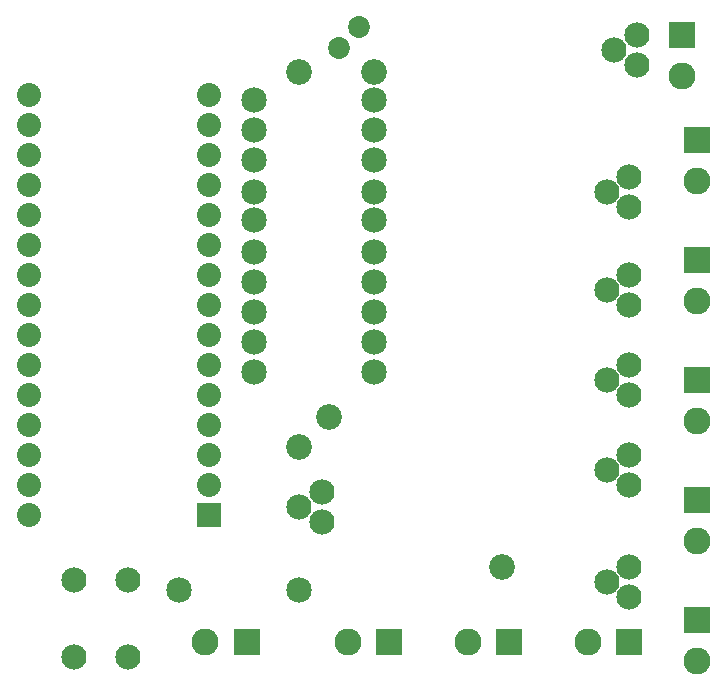
<source format=gts>
G04 MADE WITH FRITZING*
G04 WWW.FRITZING.ORG*
G04 DOUBLE SIDED*
G04 HOLES PLATED*
G04 CONTOUR ON CENTER OF CONTOUR VECTOR*
%ASAXBY*%
%FSLAX23Y23*%
%MOIN*%
%OFA0B0*%
%SFA1.0B1.0*%
%ADD10C,0.084000*%
%ADD11C,0.090000*%
%ADD12C,0.085000*%
%ADD13C,0.072992*%
%ADD14C,0.080000*%
%ADD15C,0.085433*%
%ADD16R,0.090000X0.090000*%
%ADD17R,0.079972X0.080000*%
%ADD18C,0.025748*%
%LNMASK1*%
G90*
G70*
G54D10*
X214Y131D03*
X214Y387D03*
X392Y131D03*
X392Y387D03*
X214Y131D03*
X214Y387D03*
X392Y131D03*
X392Y387D03*
X2064Y1306D03*
X1989Y1356D03*
X2064Y1406D03*
X2064Y1306D03*
X1989Y1356D03*
X2064Y1406D03*
X2064Y1006D03*
X1989Y1056D03*
X2064Y1106D03*
X2064Y1006D03*
X1989Y1056D03*
X2064Y1106D03*
X2064Y331D03*
X1989Y381D03*
X2064Y431D03*
X2064Y331D03*
X1989Y381D03*
X2064Y431D03*
X2064Y706D03*
X1989Y756D03*
X2064Y806D03*
X2064Y706D03*
X1989Y756D03*
X2064Y806D03*
X2064Y1631D03*
X1989Y1681D03*
X2064Y1731D03*
X2064Y1631D03*
X1989Y1681D03*
X2064Y1731D03*
X2089Y2106D03*
X2014Y2156D03*
X2089Y2206D03*
X2089Y2106D03*
X2014Y2156D03*
X2089Y2206D03*
G54D11*
X2064Y181D03*
X1926Y181D03*
X2288Y1056D03*
X2288Y918D03*
X2288Y1456D03*
X2288Y1318D03*
X1664Y181D03*
X1526Y181D03*
X1264Y181D03*
X1126Y181D03*
X789Y181D03*
X651Y181D03*
X2288Y256D03*
X2288Y118D03*
X2288Y656D03*
X2288Y518D03*
X2288Y1856D03*
X2288Y1718D03*
X2239Y2206D03*
X2239Y2068D03*
G54D12*
X812Y1787D03*
X1212Y1787D03*
X812Y1587D03*
X1212Y1587D03*
X814Y1281D03*
X1214Y1281D03*
X964Y356D03*
X564Y356D03*
X812Y1987D03*
X1212Y1987D03*
X814Y1681D03*
X1214Y1681D03*
X814Y1481D03*
X1214Y1481D03*
X814Y1181D03*
X1214Y1181D03*
X814Y1381D03*
X1214Y1381D03*
X814Y1081D03*
X1214Y1081D03*
X812Y1887D03*
X1212Y1887D03*
G54D13*
X1095Y2162D03*
X1164Y2231D03*
G54D14*
X664Y606D03*
X664Y706D03*
X664Y806D03*
X664Y906D03*
X664Y1006D03*
X664Y1106D03*
X664Y1206D03*
X664Y1306D03*
X664Y1406D03*
X664Y1506D03*
X664Y1606D03*
X664Y1706D03*
X664Y1806D03*
X664Y1906D03*
X664Y2006D03*
X64Y606D03*
X64Y706D03*
X64Y806D03*
X64Y906D03*
X64Y1006D03*
X64Y1106D03*
X64Y1206D03*
X64Y1306D03*
X64Y1406D03*
X64Y1506D03*
X64Y1606D03*
X64Y1706D03*
X64Y1806D03*
X64Y1906D03*
X64Y2006D03*
G54D15*
X964Y831D03*
X964Y2081D03*
X1064Y931D03*
G54D10*
X1039Y581D03*
X964Y631D03*
X1039Y681D03*
X1039Y581D03*
X964Y631D03*
X1039Y681D03*
G54D15*
X1214Y2081D03*
X1639Y431D03*
G54D16*
X2064Y181D03*
X2288Y1056D03*
X2288Y1456D03*
X1664Y181D03*
X1264Y181D03*
X789Y181D03*
X2288Y256D03*
X2288Y656D03*
X2288Y1856D03*
X2239Y2206D03*
G54D17*
X664Y606D03*
G54D18*
G36*
X1128Y2162D02*
X1095Y2128D01*
X1061Y2162D01*
X1095Y2195D01*
X1128Y2162D01*
G37*
D02*
G04 End of Mask1*
M02*
</source>
